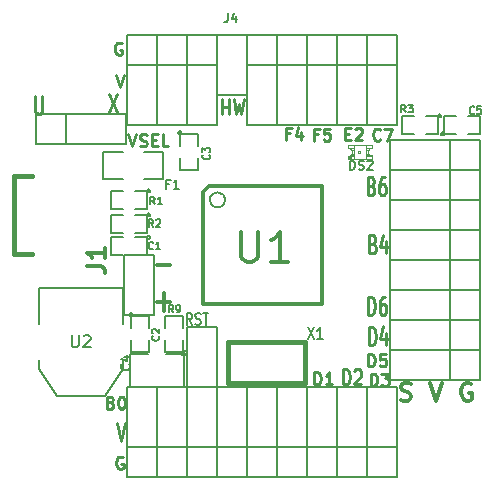
<source format=gto>
G04 (created by PCBNEW-RS274X (2012-01-19 BZR 3256)-stable) date 10/26/2012 1:28:17 PM*
G01*
G70*
G90*
%MOIN*%
G04 Gerber Fmt 3.4, Leading zero omitted, Abs format*
%FSLAX34Y34*%
G04 APERTURE LIST*
%ADD10C,0.006000*%
%ADD11C,0.007500*%
%ADD12C,0.010000*%
%ADD13C,0.012000*%
%ADD14C,0.015000*%
%ADD15C,0.005000*%
%ADD16C,0.002600*%
%ADD17C,0.004000*%
%ADD18C,0.002000*%
%ADD19C,0.008000*%
G04 APERTURE END LIST*
G54D10*
G54D11*
X56401Y-36417D02*
X56301Y-36226D01*
X56229Y-36417D02*
X56229Y-36017D01*
X56344Y-36017D01*
X56372Y-36036D01*
X56387Y-36055D01*
X56401Y-36093D01*
X56401Y-36150D01*
X56387Y-36188D01*
X56372Y-36207D01*
X56344Y-36226D01*
X56229Y-36226D01*
X56515Y-36398D02*
X56558Y-36417D01*
X56629Y-36417D01*
X56658Y-36398D01*
X56672Y-36379D01*
X56687Y-36341D01*
X56687Y-36303D01*
X56672Y-36265D01*
X56658Y-36245D01*
X56629Y-36226D01*
X56572Y-36207D01*
X56544Y-36188D01*
X56529Y-36169D01*
X56515Y-36131D01*
X56515Y-36093D01*
X56529Y-36055D01*
X56544Y-36036D01*
X56572Y-36017D01*
X56644Y-36017D01*
X56687Y-36036D01*
X56773Y-36017D02*
X56944Y-36017D01*
X56858Y-36417D02*
X56858Y-36017D01*
G54D12*
X57407Y-29402D02*
X57407Y-28902D01*
X57407Y-29140D02*
X57636Y-29140D01*
X57636Y-29402D02*
X57636Y-28902D01*
X57788Y-28902D02*
X57883Y-29402D01*
X57960Y-29045D01*
X58036Y-29402D01*
X58131Y-28902D01*
X62355Y-38442D02*
X62355Y-38042D01*
X62450Y-38042D01*
X62508Y-38061D01*
X62546Y-38099D01*
X62565Y-38137D01*
X62584Y-38213D01*
X62584Y-38270D01*
X62565Y-38347D01*
X62546Y-38385D01*
X62508Y-38423D01*
X62450Y-38442D01*
X62355Y-38442D01*
X62717Y-38042D02*
X62965Y-38042D01*
X62831Y-38194D01*
X62889Y-38194D01*
X62927Y-38213D01*
X62946Y-38232D01*
X62965Y-38270D01*
X62965Y-38366D01*
X62946Y-38404D01*
X62927Y-38423D01*
X62889Y-38442D01*
X62774Y-38442D01*
X62736Y-38423D01*
X62717Y-38404D01*
X53877Y-28082D02*
X54010Y-28482D01*
X54144Y-28082D01*
X60597Y-30062D02*
X60463Y-30062D01*
X60463Y-30272D02*
X60463Y-29872D01*
X60654Y-29872D01*
X60997Y-29872D02*
X60806Y-29872D01*
X60787Y-30062D01*
X60806Y-30043D01*
X60844Y-30024D01*
X60940Y-30024D01*
X60978Y-30043D01*
X60997Y-30062D01*
X61016Y-30100D01*
X61016Y-30196D01*
X60997Y-30234D01*
X60978Y-30253D01*
X60940Y-30272D01*
X60844Y-30272D01*
X60806Y-30253D01*
X60787Y-30234D01*
X61504Y-30042D02*
X61638Y-30042D01*
X61695Y-30252D02*
X61504Y-30252D01*
X61504Y-29852D01*
X61695Y-29852D01*
X61847Y-29890D02*
X61866Y-29871D01*
X61904Y-29852D01*
X62000Y-29852D01*
X62038Y-29871D01*
X62057Y-29890D01*
X62076Y-29928D01*
X62076Y-29966D01*
X62057Y-30023D01*
X61828Y-30252D01*
X62076Y-30252D01*
X62275Y-37792D02*
X62275Y-37392D01*
X62370Y-37392D01*
X62428Y-37411D01*
X62466Y-37449D01*
X62485Y-37487D01*
X62504Y-37563D01*
X62504Y-37620D01*
X62485Y-37697D01*
X62466Y-37735D01*
X62428Y-37773D01*
X62370Y-37792D01*
X62275Y-37792D01*
X62866Y-37392D02*
X62675Y-37392D01*
X62656Y-37582D01*
X62675Y-37563D01*
X62713Y-37544D01*
X62809Y-37544D01*
X62847Y-37563D01*
X62866Y-37582D01*
X62885Y-37620D01*
X62885Y-37716D01*
X62866Y-37754D01*
X62847Y-37773D01*
X62809Y-37792D01*
X62713Y-37792D01*
X62675Y-37773D01*
X62656Y-37754D01*
X62439Y-33719D02*
X62496Y-33747D01*
X62515Y-33776D01*
X62534Y-33833D01*
X62534Y-33919D01*
X62515Y-33976D01*
X62496Y-34004D01*
X62458Y-34033D01*
X62305Y-34033D01*
X62305Y-33433D01*
X62439Y-33433D01*
X62477Y-33461D01*
X62496Y-33490D01*
X62515Y-33547D01*
X62515Y-33604D01*
X62496Y-33661D01*
X62477Y-33690D01*
X62439Y-33719D01*
X62305Y-33719D01*
X62877Y-33633D02*
X62877Y-34033D01*
X62781Y-33404D02*
X62686Y-33833D01*
X62934Y-33833D01*
X53887Y-39683D02*
X54020Y-40283D01*
X54154Y-39683D01*
X60475Y-38402D02*
X60475Y-38002D01*
X60570Y-38002D01*
X60628Y-38021D01*
X60666Y-38059D01*
X60685Y-38097D01*
X60704Y-38173D01*
X60704Y-38230D01*
X60685Y-38307D01*
X60666Y-38345D01*
X60628Y-38383D01*
X60570Y-38402D01*
X60475Y-38402D01*
X61085Y-38402D02*
X60856Y-38402D01*
X60970Y-38402D02*
X60970Y-38002D01*
X60932Y-38059D01*
X60894Y-38097D01*
X60856Y-38116D01*
X62275Y-36083D02*
X62275Y-35483D01*
X62370Y-35483D01*
X62428Y-35511D01*
X62466Y-35569D01*
X62485Y-35626D01*
X62504Y-35740D01*
X62504Y-35826D01*
X62485Y-35940D01*
X62466Y-35997D01*
X62428Y-36054D01*
X62370Y-36083D01*
X62275Y-36083D01*
X62847Y-35483D02*
X62770Y-35483D01*
X62732Y-35511D01*
X62713Y-35540D01*
X62675Y-35626D01*
X62656Y-35740D01*
X62656Y-35969D01*
X62675Y-36026D01*
X62694Y-36054D01*
X62732Y-36083D01*
X62809Y-36083D01*
X62847Y-36054D01*
X62866Y-36026D01*
X62885Y-35969D01*
X62885Y-35826D01*
X62866Y-35769D01*
X62847Y-35740D01*
X62809Y-35711D01*
X62732Y-35711D01*
X62694Y-35740D01*
X62675Y-35769D01*
X62656Y-35826D01*
X62684Y-30234D02*
X62665Y-30253D01*
X62608Y-30272D01*
X62570Y-30272D01*
X62512Y-30253D01*
X62474Y-30215D01*
X62455Y-30177D01*
X62436Y-30100D01*
X62436Y-30043D01*
X62455Y-29967D01*
X62474Y-29929D01*
X62512Y-29891D01*
X62570Y-29872D01*
X62608Y-29872D01*
X62665Y-29891D01*
X62684Y-29910D01*
X62817Y-29872D02*
X63084Y-29872D01*
X62912Y-30272D01*
X54105Y-40831D02*
X54067Y-40812D01*
X54010Y-40812D01*
X53952Y-40831D01*
X53914Y-40869D01*
X53895Y-40907D01*
X53876Y-40983D01*
X53876Y-41040D01*
X53895Y-41117D01*
X53914Y-41155D01*
X53952Y-41193D01*
X54010Y-41212D01*
X54048Y-41212D01*
X54105Y-41193D01*
X54124Y-41174D01*
X54124Y-41040D01*
X54048Y-41040D01*
X54055Y-27031D02*
X54017Y-27012D01*
X53960Y-27012D01*
X53902Y-27031D01*
X53864Y-27069D01*
X53845Y-27107D01*
X53826Y-27183D01*
X53826Y-27240D01*
X53845Y-27317D01*
X53864Y-27355D01*
X53902Y-27393D01*
X53960Y-27412D01*
X53998Y-27412D01*
X54055Y-27393D01*
X54074Y-27374D01*
X54074Y-27240D01*
X53998Y-27240D01*
X54283Y-30062D02*
X54416Y-30462D01*
X54550Y-30062D01*
X54664Y-30443D02*
X54721Y-30462D01*
X54817Y-30462D01*
X54855Y-30443D01*
X54874Y-30424D01*
X54893Y-30386D01*
X54893Y-30348D01*
X54874Y-30310D01*
X54855Y-30290D01*
X54817Y-30271D01*
X54740Y-30252D01*
X54702Y-30233D01*
X54683Y-30214D01*
X54664Y-30176D01*
X54664Y-30138D01*
X54683Y-30100D01*
X54702Y-30081D01*
X54740Y-30062D01*
X54836Y-30062D01*
X54893Y-30081D01*
X55064Y-30252D02*
X55198Y-30252D01*
X55255Y-30462D02*
X55064Y-30462D01*
X55064Y-30062D01*
X55255Y-30062D01*
X55617Y-30462D02*
X55426Y-30462D01*
X55426Y-30062D01*
X59667Y-30032D02*
X59533Y-30032D01*
X59533Y-30242D02*
X59533Y-29842D01*
X59724Y-29842D01*
X60048Y-29975D02*
X60048Y-30242D01*
X59952Y-29823D02*
X59857Y-30109D01*
X60105Y-30109D01*
X53689Y-39002D02*
X53746Y-39021D01*
X53765Y-39040D01*
X53784Y-39079D01*
X53784Y-39136D01*
X53765Y-39174D01*
X53746Y-39193D01*
X53708Y-39212D01*
X53555Y-39212D01*
X53555Y-38812D01*
X53689Y-38812D01*
X53727Y-38831D01*
X53746Y-38850D01*
X53765Y-38888D01*
X53765Y-38926D01*
X53746Y-38964D01*
X53727Y-38983D01*
X53689Y-39002D01*
X53555Y-39002D01*
X54031Y-38812D02*
X54070Y-38812D01*
X54108Y-38831D01*
X54127Y-38850D01*
X54146Y-38888D01*
X54165Y-38964D01*
X54165Y-39060D01*
X54146Y-39136D01*
X54127Y-39174D01*
X54108Y-39193D01*
X54070Y-39212D01*
X54031Y-39212D01*
X53993Y-39193D01*
X53974Y-39174D01*
X53955Y-39136D01*
X53936Y-39060D01*
X53936Y-38964D01*
X53955Y-38888D01*
X53974Y-38850D01*
X53993Y-38831D01*
X54031Y-38812D01*
X61435Y-38402D02*
X61435Y-37902D01*
X61530Y-37902D01*
X61588Y-37926D01*
X61626Y-37974D01*
X61645Y-38021D01*
X61664Y-38117D01*
X61664Y-38188D01*
X61645Y-38283D01*
X61626Y-38331D01*
X61588Y-38379D01*
X61530Y-38402D01*
X61435Y-38402D01*
X61816Y-37950D02*
X61835Y-37926D01*
X61873Y-37902D01*
X61969Y-37902D01*
X62007Y-37926D01*
X62026Y-37950D01*
X62045Y-37998D01*
X62045Y-38045D01*
X62026Y-38117D01*
X61797Y-38402D01*
X62045Y-38402D01*
G54D13*
X63365Y-38914D02*
X63451Y-38943D01*
X63594Y-38943D01*
X63651Y-38914D01*
X63680Y-38886D01*
X63708Y-38829D01*
X63708Y-38771D01*
X63680Y-38714D01*
X63651Y-38686D01*
X63594Y-38657D01*
X63480Y-38629D01*
X63422Y-38600D01*
X63394Y-38571D01*
X63365Y-38514D01*
X63365Y-38457D01*
X63394Y-38400D01*
X63422Y-38371D01*
X63480Y-38343D01*
X63622Y-38343D01*
X63708Y-38371D01*
X64336Y-38343D02*
X64536Y-38943D01*
X64736Y-38343D01*
X65707Y-38371D02*
X65650Y-38343D01*
X65564Y-38343D01*
X65479Y-38371D01*
X65421Y-38429D01*
X65393Y-38486D01*
X65364Y-38600D01*
X65364Y-38686D01*
X65393Y-38800D01*
X65421Y-38857D01*
X65479Y-38914D01*
X65564Y-38943D01*
X65621Y-38943D01*
X65707Y-38914D01*
X65736Y-38886D01*
X65736Y-38686D01*
X65621Y-38686D01*
X55226Y-34417D02*
X55683Y-34417D01*
X55226Y-35657D02*
X55683Y-35657D01*
X55454Y-35962D02*
X55454Y-35352D01*
G54D12*
X53647Y-28723D02*
X53914Y-29323D01*
X53914Y-28723D02*
X53647Y-29323D01*
X51186Y-28793D02*
X51186Y-29279D01*
X51205Y-29336D01*
X51224Y-29364D01*
X51262Y-29393D01*
X51339Y-29393D01*
X51377Y-29364D01*
X51396Y-29336D01*
X51415Y-29279D01*
X51415Y-28793D01*
X62389Y-31779D02*
X62446Y-31807D01*
X62465Y-31836D01*
X62484Y-31893D01*
X62484Y-31979D01*
X62465Y-32036D01*
X62446Y-32064D01*
X62408Y-32093D01*
X62255Y-32093D01*
X62255Y-31493D01*
X62389Y-31493D01*
X62427Y-31521D01*
X62446Y-31550D01*
X62465Y-31607D01*
X62465Y-31664D01*
X62446Y-31721D01*
X62427Y-31750D01*
X62389Y-31779D01*
X62255Y-31779D01*
X62827Y-31493D02*
X62750Y-31493D01*
X62712Y-31521D01*
X62693Y-31550D01*
X62655Y-31636D01*
X62636Y-31750D01*
X62636Y-31979D01*
X62655Y-32036D01*
X62674Y-32064D01*
X62712Y-32093D01*
X62789Y-32093D01*
X62827Y-32064D01*
X62846Y-32036D01*
X62865Y-31979D01*
X62865Y-31836D01*
X62846Y-31779D01*
X62827Y-31750D01*
X62789Y-31721D01*
X62712Y-31721D01*
X62674Y-31750D01*
X62655Y-31779D01*
X62636Y-31836D01*
X62305Y-37093D02*
X62305Y-36493D01*
X62400Y-36493D01*
X62458Y-36521D01*
X62496Y-36579D01*
X62515Y-36636D01*
X62534Y-36750D01*
X62534Y-36836D01*
X62515Y-36950D01*
X62496Y-37007D01*
X62458Y-37064D01*
X62400Y-37093D01*
X62305Y-37093D01*
X62877Y-36693D02*
X62877Y-37093D01*
X62781Y-36464D02*
X62686Y-36893D01*
X62934Y-36893D01*
G54D14*
X50470Y-31451D02*
X51061Y-31451D01*
X50470Y-34049D02*
X51061Y-34049D01*
X50470Y-31451D02*
X50470Y-34049D01*
G54D15*
X55000Y-31950D02*
X54999Y-31959D01*
X54996Y-31969D01*
X54991Y-31977D01*
X54985Y-31985D01*
X54977Y-31991D01*
X54969Y-31996D01*
X54960Y-31998D01*
X54950Y-31999D01*
X54941Y-31999D01*
X54932Y-31996D01*
X54923Y-31991D01*
X54916Y-31985D01*
X54909Y-31978D01*
X54905Y-31969D01*
X54902Y-31960D01*
X54901Y-31950D01*
X54901Y-31941D01*
X54904Y-31932D01*
X54908Y-31923D01*
X54915Y-31916D01*
X54922Y-31909D01*
X54930Y-31905D01*
X54940Y-31902D01*
X54949Y-31901D01*
X54958Y-31901D01*
X54968Y-31904D01*
X54976Y-31908D01*
X54984Y-31914D01*
X54990Y-31922D01*
X54995Y-31930D01*
X54998Y-31939D01*
X54999Y-31949D01*
X55000Y-31950D01*
X54500Y-31950D02*
X54900Y-31950D01*
X54900Y-31950D02*
X54900Y-32550D01*
X54900Y-32550D02*
X54500Y-32550D01*
X54100Y-32550D02*
X53700Y-32550D01*
X53700Y-32550D02*
X53700Y-31950D01*
X53700Y-31950D02*
X54100Y-31950D01*
X55000Y-32750D02*
X54999Y-32759D01*
X54996Y-32769D01*
X54991Y-32777D01*
X54985Y-32785D01*
X54977Y-32791D01*
X54969Y-32796D01*
X54960Y-32798D01*
X54950Y-32799D01*
X54941Y-32799D01*
X54932Y-32796D01*
X54923Y-32791D01*
X54916Y-32785D01*
X54909Y-32778D01*
X54905Y-32769D01*
X54902Y-32760D01*
X54901Y-32750D01*
X54901Y-32741D01*
X54904Y-32732D01*
X54908Y-32723D01*
X54915Y-32716D01*
X54922Y-32709D01*
X54930Y-32705D01*
X54940Y-32702D01*
X54949Y-32701D01*
X54958Y-32701D01*
X54968Y-32704D01*
X54976Y-32708D01*
X54984Y-32714D01*
X54990Y-32722D01*
X54995Y-32730D01*
X54998Y-32739D01*
X54999Y-32749D01*
X55000Y-32750D01*
X54500Y-32750D02*
X54900Y-32750D01*
X54900Y-32750D02*
X54900Y-33350D01*
X54900Y-33350D02*
X54500Y-33350D01*
X54100Y-33350D02*
X53700Y-33350D01*
X53700Y-33350D02*
X53700Y-32750D01*
X53700Y-32750D02*
X54100Y-32750D01*
X64700Y-29450D02*
X64699Y-29459D01*
X64696Y-29469D01*
X64691Y-29477D01*
X64685Y-29485D01*
X64677Y-29491D01*
X64669Y-29496D01*
X64660Y-29498D01*
X64650Y-29499D01*
X64641Y-29499D01*
X64632Y-29496D01*
X64623Y-29491D01*
X64616Y-29485D01*
X64609Y-29478D01*
X64605Y-29469D01*
X64602Y-29460D01*
X64601Y-29450D01*
X64601Y-29441D01*
X64604Y-29432D01*
X64608Y-29423D01*
X64615Y-29416D01*
X64622Y-29409D01*
X64630Y-29405D01*
X64640Y-29402D01*
X64649Y-29401D01*
X64658Y-29401D01*
X64668Y-29404D01*
X64676Y-29408D01*
X64684Y-29414D01*
X64690Y-29422D01*
X64695Y-29430D01*
X64698Y-29439D01*
X64699Y-29449D01*
X64700Y-29450D01*
X64200Y-29450D02*
X64600Y-29450D01*
X64600Y-29450D02*
X64600Y-30050D01*
X64600Y-30050D02*
X64200Y-30050D01*
X63800Y-30050D02*
X63400Y-30050D01*
X63400Y-30050D02*
X63400Y-29450D01*
X63400Y-29450D02*
X63800Y-29450D01*
X56160Y-37380D02*
X56159Y-37389D01*
X56156Y-37399D01*
X56151Y-37407D01*
X56145Y-37415D01*
X56137Y-37421D01*
X56129Y-37426D01*
X56120Y-37428D01*
X56110Y-37429D01*
X56101Y-37429D01*
X56092Y-37426D01*
X56083Y-37421D01*
X56076Y-37415D01*
X56069Y-37408D01*
X56065Y-37399D01*
X56062Y-37390D01*
X56061Y-37380D01*
X56061Y-37371D01*
X56064Y-37362D01*
X56068Y-37353D01*
X56075Y-37346D01*
X56082Y-37339D01*
X56090Y-37335D01*
X56100Y-37332D01*
X56109Y-37331D01*
X56118Y-37331D01*
X56128Y-37334D01*
X56136Y-37338D01*
X56144Y-37344D01*
X56150Y-37352D01*
X56155Y-37360D01*
X56158Y-37369D01*
X56159Y-37379D01*
X56160Y-37380D01*
X56110Y-36930D02*
X56110Y-37330D01*
X56110Y-37330D02*
X55510Y-37330D01*
X55510Y-37330D02*
X55510Y-36930D01*
X55510Y-36530D02*
X55510Y-36130D01*
X55510Y-36130D02*
X56110Y-36130D01*
X56110Y-36130D02*
X56110Y-36530D01*
G54D16*
X61804Y-30532D02*
X61804Y-30404D01*
X61804Y-30404D02*
X61607Y-30404D01*
X61607Y-30532D02*
X61607Y-30404D01*
X61804Y-30532D02*
X61607Y-30532D01*
X61804Y-30777D02*
X61804Y-30718D01*
X61804Y-30718D02*
X61705Y-30718D01*
X61705Y-30777D02*
X61705Y-30718D01*
X61804Y-30777D02*
X61705Y-30777D01*
X61804Y-30582D02*
X61804Y-30523D01*
X61804Y-30523D02*
X61705Y-30523D01*
X61705Y-30582D02*
X61705Y-30523D01*
X61804Y-30582D02*
X61705Y-30582D01*
X61804Y-30728D02*
X61804Y-30572D01*
X61804Y-30572D02*
X61735Y-30572D01*
X61735Y-30728D02*
X61735Y-30572D01*
X61804Y-30728D02*
X61735Y-30728D01*
X62393Y-30532D02*
X62393Y-30404D01*
X62393Y-30404D02*
X62196Y-30404D01*
X62196Y-30532D02*
X62196Y-30404D01*
X62393Y-30532D02*
X62196Y-30532D01*
X62393Y-30896D02*
X62393Y-30768D01*
X62393Y-30768D02*
X62196Y-30768D01*
X62196Y-30896D02*
X62196Y-30768D01*
X62393Y-30896D02*
X62196Y-30896D01*
X62295Y-30582D02*
X62295Y-30523D01*
X62295Y-30523D02*
X62196Y-30523D01*
X62196Y-30582D02*
X62196Y-30523D01*
X62295Y-30582D02*
X62196Y-30582D01*
X62295Y-30777D02*
X62295Y-30718D01*
X62295Y-30718D02*
X62196Y-30718D01*
X62196Y-30777D02*
X62196Y-30718D01*
X62295Y-30777D02*
X62196Y-30777D01*
X62265Y-30728D02*
X62265Y-30572D01*
X62265Y-30572D02*
X62196Y-30572D01*
X62196Y-30728D02*
X62196Y-30572D01*
X62265Y-30728D02*
X62196Y-30728D01*
X62000Y-30689D02*
X62000Y-30611D01*
X62000Y-30611D02*
X61922Y-30611D01*
X61922Y-30689D02*
X61922Y-30611D01*
X62000Y-30689D02*
X61922Y-30689D01*
X61804Y-30886D02*
X61804Y-30768D01*
X61804Y-30768D02*
X61686Y-30768D01*
X61686Y-30886D02*
X61686Y-30768D01*
X61804Y-30886D02*
X61686Y-30886D01*
X61636Y-30896D02*
X61636Y-30807D01*
X61636Y-30807D02*
X61607Y-30807D01*
X61607Y-30896D02*
X61607Y-30807D01*
X61636Y-30896D02*
X61607Y-30896D01*
G54D17*
X61794Y-30424D02*
X62206Y-30424D01*
X62196Y-30876D02*
X61636Y-30876D01*
G54D18*
X61694Y-30827D02*
X61693Y-30832D01*
X61691Y-30837D01*
X61689Y-30842D01*
X61685Y-30846D01*
X61681Y-30850D01*
X61676Y-30852D01*
X61671Y-30854D01*
X61666Y-30854D01*
X61661Y-30854D01*
X61656Y-30852D01*
X61651Y-30850D01*
X61647Y-30847D01*
X61643Y-30842D01*
X61641Y-30838D01*
X61639Y-30832D01*
X61639Y-30827D01*
X61639Y-30822D01*
X61640Y-30817D01*
X61643Y-30812D01*
X61646Y-30808D01*
X61651Y-30805D01*
X61655Y-30802D01*
X61660Y-30800D01*
X61666Y-30800D01*
X61670Y-30800D01*
X61676Y-30801D01*
X61681Y-30804D01*
X61685Y-30807D01*
X61688Y-30811D01*
X61691Y-30816D01*
X61693Y-30821D01*
X61693Y-30827D01*
X61694Y-30827D01*
G54D17*
X61607Y-30787D02*
X61618Y-30786D01*
X61630Y-30784D01*
X61642Y-30782D01*
X61653Y-30778D01*
X61664Y-30774D01*
X61675Y-30768D01*
X61685Y-30762D01*
X61695Y-30754D01*
X61703Y-30746D01*
X61711Y-30738D01*
X61719Y-30728D01*
X61725Y-30718D01*
X61731Y-30707D01*
X61735Y-30696D01*
X61739Y-30685D01*
X61741Y-30673D01*
X61743Y-30661D01*
X61744Y-30650D01*
X61743Y-30639D01*
X61741Y-30627D01*
X61739Y-30615D01*
X61735Y-30604D01*
X61731Y-30593D01*
X61725Y-30582D01*
X61719Y-30572D01*
X61711Y-30562D01*
X61703Y-30554D01*
X61695Y-30546D01*
X61685Y-30538D01*
X61675Y-30532D01*
X61664Y-30526D01*
X61653Y-30522D01*
X61642Y-30518D01*
X61630Y-30516D01*
X61618Y-30514D01*
X61607Y-30513D01*
X62393Y-30513D02*
X62382Y-30514D01*
X62370Y-30516D01*
X62358Y-30518D01*
X62347Y-30522D01*
X62336Y-30526D01*
X62325Y-30532D01*
X62315Y-30538D01*
X62305Y-30546D01*
X62297Y-30554D01*
X62289Y-30562D01*
X62281Y-30572D01*
X62275Y-30582D01*
X62269Y-30593D01*
X62265Y-30604D01*
X62261Y-30615D01*
X62259Y-30627D01*
X62257Y-30639D01*
X62256Y-30650D01*
X62257Y-30661D01*
X62259Y-30673D01*
X62261Y-30685D01*
X62265Y-30696D01*
X62269Y-30707D01*
X62275Y-30718D01*
X62281Y-30728D01*
X62289Y-30738D01*
X62297Y-30746D01*
X62305Y-30754D01*
X62315Y-30762D01*
X62325Y-30768D01*
X62336Y-30774D01*
X62347Y-30778D01*
X62358Y-30782D01*
X62370Y-30784D01*
X62382Y-30786D01*
X62393Y-30787D01*
G54D15*
X55000Y-33500D02*
X54999Y-33509D01*
X54996Y-33519D01*
X54991Y-33527D01*
X54985Y-33535D01*
X54977Y-33541D01*
X54969Y-33546D01*
X54960Y-33548D01*
X54950Y-33549D01*
X54941Y-33549D01*
X54932Y-33546D01*
X54923Y-33541D01*
X54916Y-33535D01*
X54909Y-33528D01*
X54905Y-33519D01*
X54902Y-33510D01*
X54901Y-33500D01*
X54901Y-33491D01*
X54904Y-33482D01*
X54908Y-33473D01*
X54915Y-33466D01*
X54922Y-33459D01*
X54930Y-33455D01*
X54940Y-33452D01*
X54949Y-33451D01*
X54958Y-33451D01*
X54968Y-33454D01*
X54976Y-33458D01*
X54984Y-33464D01*
X54990Y-33472D01*
X54995Y-33480D01*
X54998Y-33489D01*
X54999Y-33499D01*
X55000Y-33500D01*
X54500Y-33500D02*
X54900Y-33500D01*
X54900Y-33500D02*
X54900Y-34100D01*
X54900Y-34100D02*
X54500Y-34100D01*
X54100Y-34100D02*
X53700Y-34100D01*
X53700Y-34100D02*
X53700Y-33500D01*
X53700Y-33500D02*
X54100Y-33500D01*
X56240Y-37340D02*
X56238Y-37353D01*
X56234Y-37366D01*
X56228Y-37378D01*
X56219Y-37389D01*
X56209Y-37398D01*
X56197Y-37404D01*
X56184Y-37408D01*
X56170Y-37409D01*
X56157Y-37408D01*
X56144Y-37404D01*
X56132Y-37398D01*
X56122Y-37390D01*
X56113Y-37379D01*
X56106Y-37367D01*
X56102Y-37354D01*
X56101Y-37340D01*
X56102Y-37328D01*
X56105Y-37315D01*
X56112Y-37303D01*
X56120Y-37292D01*
X56131Y-37283D01*
X56142Y-37276D01*
X56155Y-37272D01*
X56169Y-37271D01*
X56182Y-37272D01*
X56195Y-37275D01*
X56207Y-37281D01*
X56218Y-37290D01*
X56227Y-37300D01*
X56233Y-37312D01*
X56238Y-37325D01*
X56239Y-37339D01*
X56240Y-37340D01*
X55520Y-38490D02*
X56120Y-38490D01*
X56120Y-38490D02*
X56120Y-37390D01*
X56120Y-37390D02*
X55520Y-37390D01*
X54920Y-37390D02*
X54320Y-37390D01*
X54320Y-37390D02*
X54320Y-38490D01*
X54320Y-38490D02*
X54920Y-38490D01*
X64800Y-30050D02*
X64799Y-30059D01*
X64796Y-30069D01*
X64791Y-30077D01*
X64785Y-30085D01*
X64777Y-30091D01*
X64769Y-30096D01*
X64760Y-30098D01*
X64750Y-30099D01*
X64741Y-30099D01*
X64732Y-30096D01*
X64723Y-30091D01*
X64716Y-30085D01*
X64709Y-30078D01*
X64705Y-30069D01*
X64702Y-30060D01*
X64701Y-30050D01*
X64701Y-30041D01*
X64704Y-30032D01*
X64708Y-30023D01*
X64715Y-30016D01*
X64722Y-30009D01*
X64730Y-30005D01*
X64740Y-30002D01*
X64749Y-30001D01*
X64758Y-30001D01*
X64768Y-30004D01*
X64776Y-30008D01*
X64784Y-30014D01*
X64790Y-30022D01*
X64795Y-30030D01*
X64798Y-30039D01*
X64799Y-30049D01*
X64800Y-30050D01*
X65200Y-30050D02*
X64800Y-30050D01*
X64800Y-30050D02*
X64800Y-29450D01*
X64800Y-29450D02*
X65200Y-29450D01*
X65600Y-29450D02*
X66000Y-29450D01*
X66000Y-29450D02*
X66000Y-30050D01*
X66000Y-30050D02*
X65600Y-30050D01*
X53450Y-30650D02*
X53450Y-31550D01*
X53450Y-31550D02*
X54100Y-31550D01*
X54800Y-30650D02*
X55450Y-30650D01*
X55450Y-30650D02*
X55450Y-31550D01*
X55450Y-31550D02*
X54800Y-31550D01*
X54100Y-30650D02*
X53450Y-30650D01*
G54D13*
X60720Y-31780D02*
X60720Y-35720D01*
X60720Y-35720D02*
X56780Y-35720D01*
X56780Y-31970D02*
X56780Y-35720D01*
X56970Y-31780D02*
X60720Y-31780D01*
X56780Y-31970D02*
X56970Y-31780D01*
G54D19*
X57500Y-32250D02*
X57495Y-32298D01*
X57481Y-32345D01*
X57458Y-32388D01*
X57427Y-32426D01*
X57389Y-32457D01*
X57346Y-32480D01*
X57300Y-32494D01*
X57251Y-32499D01*
X57204Y-32495D01*
X57157Y-32481D01*
X57114Y-32459D01*
X57076Y-32428D01*
X57044Y-32391D01*
X57021Y-32348D01*
X57006Y-32301D01*
X57001Y-32253D01*
X57005Y-32205D01*
X57018Y-32158D01*
X57040Y-32115D01*
X57071Y-32077D01*
X57108Y-32045D01*
X57150Y-32021D01*
X57197Y-32006D01*
X57245Y-32001D01*
X57293Y-32004D01*
X57340Y-32017D01*
X57383Y-32039D01*
X57422Y-32069D01*
X57454Y-32106D01*
X57478Y-32149D01*
X57493Y-32195D01*
X57499Y-32244D01*
X57500Y-32250D01*
G54D14*
X60170Y-38349D02*
X57610Y-38349D01*
X57610Y-38349D02*
X57610Y-36971D01*
X57610Y-36971D02*
X60170Y-36971D01*
X60170Y-36971D02*
X60170Y-38349D01*
G54D15*
X56050Y-30000D02*
X56049Y-30009D01*
X56046Y-30019D01*
X56041Y-30027D01*
X56035Y-30035D01*
X56027Y-30041D01*
X56019Y-30046D01*
X56010Y-30048D01*
X56000Y-30049D01*
X55991Y-30049D01*
X55982Y-30046D01*
X55973Y-30041D01*
X55966Y-30035D01*
X55959Y-30028D01*
X55955Y-30019D01*
X55952Y-30010D01*
X55951Y-30000D01*
X55951Y-29991D01*
X55954Y-29982D01*
X55958Y-29973D01*
X55965Y-29966D01*
X55972Y-29959D01*
X55980Y-29955D01*
X55990Y-29952D01*
X55999Y-29951D01*
X56008Y-29951D01*
X56018Y-29954D01*
X56026Y-29958D01*
X56034Y-29964D01*
X56040Y-29972D01*
X56045Y-29980D01*
X56048Y-29989D01*
X56049Y-29999D01*
X56050Y-30000D01*
X56000Y-30450D02*
X56000Y-30050D01*
X56000Y-30050D02*
X56600Y-30050D01*
X56600Y-30050D02*
X56600Y-30450D01*
X56600Y-30850D02*
X56600Y-31250D01*
X56600Y-31250D02*
X56000Y-31250D01*
X56000Y-31250D02*
X56000Y-30850D01*
X54420Y-36080D02*
X54419Y-36089D01*
X54416Y-36099D01*
X54411Y-36107D01*
X54405Y-36115D01*
X54397Y-36121D01*
X54389Y-36126D01*
X54380Y-36128D01*
X54370Y-36129D01*
X54361Y-36129D01*
X54352Y-36126D01*
X54343Y-36121D01*
X54336Y-36115D01*
X54329Y-36108D01*
X54325Y-36099D01*
X54322Y-36090D01*
X54321Y-36080D01*
X54321Y-36071D01*
X54324Y-36062D01*
X54328Y-36053D01*
X54335Y-36046D01*
X54342Y-36039D01*
X54350Y-36035D01*
X54360Y-36032D01*
X54369Y-36031D01*
X54378Y-36031D01*
X54388Y-36034D01*
X54396Y-36038D01*
X54404Y-36044D01*
X54410Y-36052D01*
X54415Y-36060D01*
X54418Y-36069D01*
X54419Y-36079D01*
X54420Y-36080D01*
X54370Y-36530D02*
X54370Y-36130D01*
X54370Y-36130D02*
X54970Y-36130D01*
X54970Y-36130D02*
X54970Y-36530D01*
X54970Y-36930D02*
X54970Y-37330D01*
X54970Y-37330D02*
X54370Y-37330D01*
X54370Y-37330D02*
X54370Y-36930D01*
G54D19*
X54117Y-36395D02*
X54117Y-35195D01*
X54117Y-35195D02*
X51317Y-35195D01*
X51317Y-35195D02*
X51317Y-36395D01*
X54117Y-37595D02*
X54117Y-37895D01*
X54117Y-37895D02*
X53517Y-38795D01*
X53517Y-38795D02*
X51917Y-38795D01*
X51917Y-38795D02*
X51317Y-37895D01*
X51317Y-37895D02*
X51317Y-37595D01*
G54D10*
X55250Y-26750D02*
X56250Y-26750D01*
X56250Y-26750D02*
X56250Y-29750D01*
X56250Y-29750D02*
X55250Y-29750D01*
X55250Y-29750D02*
X55250Y-26750D01*
X56250Y-27750D02*
X55250Y-27750D01*
X51200Y-30400D02*
X51200Y-29400D01*
X51200Y-29400D02*
X54200Y-29400D01*
X54200Y-29400D02*
X54200Y-30400D01*
X54200Y-30400D02*
X51200Y-30400D01*
X52200Y-29400D02*
X52200Y-30400D01*
X62250Y-26750D02*
X63250Y-26750D01*
X63250Y-26750D02*
X63250Y-29750D01*
X63250Y-29750D02*
X62250Y-29750D01*
X62250Y-29750D02*
X62250Y-26750D01*
X63250Y-27750D02*
X62250Y-27750D01*
X66000Y-30250D02*
X66000Y-31250D01*
X66000Y-31250D02*
X63000Y-31250D01*
X63000Y-31250D02*
X63000Y-30250D01*
X63000Y-30250D02*
X66000Y-30250D01*
X65000Y-31250D02*
X65000Y-30250D01*
X66000Y-34250D02*
X66000Y-35250D01*
X66000Y-35250D02*
X63000Y-35250D01*
X63000Y-35250D02*
X63000Y-34250D01*
X63000Y-34250D02*
X66000Y-34250D01*
X65000Y-35250D02*
X65000Y-34250D01*
X66000Y-35250D02*
X66000Y-36250D01*
X66000Y-36250D02*
X63000Y-36250D01*
X63000Y-36250D02*
X63000Y-35250D01*
X63000Y-35250D02*
X66000Y-35250D01*
X65000Y-36250D02*
X65000Y-35250D01*
X66000Y-37250D02*
X66000Y-38250D01*
X66000Y-38250D02*
X63000Y-38250D01*
X63000Y-38250D02*
X63000Y-37250D01*
X63000Y-37250D02*
X66000Y-37250D01*
X65000Y-38250D02*
X65000Y-37250D01*
X66000Y-36250D02*
X66000Y-37250D01*
X66000Y-37250D02*
X63000Y-37250D01*
X63000Y-37250D02*
X63000Y-36250D01*
X63000Y-36250D02*
X66000Y-36250D01*
X65000Y-37250D02*
X65000Y-36250D01*
X63250Y-41500D02*
X62250Y-41500D01*
X62250Y-41500D02*
X62250Y-38500D01*
X62250Y-38500D02*
X63250Y-38500D01*
X63250Y-38500D02*
X63250Y-41500D01*
X62250Y-40500D02*
X63250Y-40500D01*
X62250Y-41500D02*
X61250Y-41500D01*
X61250Y-41500D02*
X61250Y-38500D01*
X61250Y-38500D02*
X62250Y-38500D01*
X62250Y-38500D02*
X62250Y-41500D01*
X61250Y-40500D02*
X62250Y-40500D01*
X60250Y-41500D02*
X59250Y-41500D01*
X59250Y-41500D02*
X59250Y-38500D01*
X59250Y-38500D02*
X60250Y-38500D01*
X60250Y-38500D02*
X60250Y-41500D01*
X59250Y-40500D02*
X60250Y-40500D01*
X61250Y-41500D02*
X60250Y-41500D01*
X60250Y-41500D02*
X60250Y-38500D01*
X60250Y-38500D02*
X61250Y-38500D01*
X61250Y-38500D02*
X61250Y-41500D01*
X60250Y-40500D02*
X61250Y-40500D01*
X59250Y-41500D02*
X58250Y-41500D01*
X58250Y-41500D02*
X58250Y-38500D01*
X58250Y-38500D02*
X59250Y-38500D01*
X59250Y-38500D02*
X59250Y-41500D01*
X58250Y-40500D02*
X59250Y-40500D01*
X66000Y-31250D02*
X66000Y-32250D01*
X66000Y-32250D02*
X63000Y-32250D01*
X63000Y-32250D02*
X63000Y-31250D01*
X63000Y-31250D02*
X66000Y-31250D01*
X65000Y-32250D02*
X65000Y-31250D01*
X66000Y-32250D02*
X66000Y-33250D01*
X66000Y-33250D02*
X63000Y-33250D01*
X63000Y-33250D02*
X63000Y-32250D01*
X63000Y-32250D02*
X66000Y-32250D01*
X65000Y-33250D02*
X65000Y-32250D01*
X66000Y-33250D02*
X66000Y-34250D01*
X66000Y-34250D02*
X63000Y-34250D01*
X63000Y-34250D02*
X63000Y-33250D01*
X63000Y-33250D02*
X66000Y-33250D01*
X65000Y-34250D02*
X65000Y-33250D01*
X58250Y-41500D02*
X57250Y-41500D01*
X57250Y-41500D02*
X57250Y-38500D01*
X57250Y-38500D02*
X58250Y-38500D01*
X58250Y-38500D02*
X58250Y-41500D01*
X57250Y-40500D02*
X58250Y-40500D01*
X57250Y-41500D02*
X56250Y-41500D01*
X56250Y-41500D02*
X56250Y-38500D01*
X56250Y-38500D02*
X57250Y-38500D01*
X57250Y-38500D02*
X57250Y-41500D01*
X56250Y-40500D02*
X57250Y-40500D01*
X56250Y-41500D02*
X55250Y-41500D01*
X55250Y-41500D02*
X55250Y-38500D01*
X55250Y-38500D02*
X56250Y-38500D01*
X56250Y-38500D02*
X56250Y-41500D01*
X55250Y-40500D02*
X56250Y-40500D01*
X55250Y-41500D02*
X54250Y-41500D01*
X54250Y-41500D02*
X54250Y-38500D01*
X54250Y-38500D02*
X55250Y-38500D01*
X55250Y-38500D02*
X55250Y-41500D01*
X54250Y-40500D02*
X55250Y-40500D01*
X54250Y-26750D02*
X55250Y-26750D01*
X55250Y-26750D02*
X55250Y-29750D01*
X55250Y-29750D02*
X54250Y-29750D01*
X54250Y-29750D02*
X54250Y-26750D01*
X55250Y-27750D02*
X54250Y-27750D01*
X61250Y-26750D02*
X62250Y-26750D01*
X62250Y-26750D02*
X62250Y-29750D01*
X62250Y-29750D02*
X61250Y-29750D01*
X61250Y-29750D02*
X61250Y-26750D01*
X62250Y-27750D02*
X61250Y-27750D01*
X60250Y-26750D02*
X61250Y-26750D01*
X61250Y-26750D02*
X61250Y-29750D01*
X61250Y-29750D02*
X60250Y-29750D01*
X60250Y-29750D02*
X60250Y-26750D01*
X61250Y-27750D02*
X60250Y-27750D01*
X59250Y-26750D02*
X60250Y-26750D01*
X60250Y-26750D02*
X60250Y-29750D01*
X60250Y-29750D02*
X59250Y-29750D01*
X59250Y-29750D02*
X59250Y-26750D01*
X60250Y-27750D02*
X59250Y-27750D01*
X58250Y-26750D02*
X59250Y-26750D01*
X59250Y-26750D02*
X59250Y-29750D01*
X59250Y-29750D02*
X58250Y-29750D01*
X58250Y-29750D02*
X58250Y-26750D01*
X59250Y-27750D02*
X58250Y-27750D01*
X56250Y-26750D02*
X57250Y-26750D01*
X57250Y-26750D02*
X57250Y-29750D01*
X57250Y-29750D02*
X56250Y-29750D01*
X56250Y-29750D02*
X56250Y-26750D01*
X57250Y-27750D02*
X56250Y-27750D01*
X55150Y-36100D02*
X54150Y-36100D01*
X54150Y-36100D02*
X54150Y-34100D01*
X54150Y-34100D02*
X55150Y-34100D01*
X55150Y-34100D02*
X55150Y-36100D01*
X57250Y-26750D02*
X58250Y-26750D01*
X58250Y-26750D02*
X58250Y-28750D01*
X58250Y-28750D02*
X57250Y-28750D01*
X57250Y-28750D02*
X57250Y-26750D01*
X57250Y-38500D02*
X56250Y-38500D01*
X56250Y-38500D02*
X56250Y-36500D01*
X56250Y-36500D02*
X57250Y-36500D01*
X57250Y-36500D02*
X57250Y-38500D01*
G54D13*
X52913Y-34450D02*
X53341Y-34450D01*
X53427Y-34478D01*
X53484Y-34535D01*
X53513Y-34621D01*
X53513Y-34678D01*
X53513Y-33850D02*
X53513Y-34193D01*
X53513Y-34021D02*
X52913Y-34021D01*
X52999Y-34078D01*
X53056Y-34136D01*
X53084Y-34193D01*
G54D15*
X55158Y-32401D02*
X55075Y-32282D01*
X55016Y-32401D02*
X55016Y-32151D01*
X55111Y-32151D01*
X55135Y-32163D01*
X55146Y-32175D01*
X55158Y-32199D01*
X55158Y-32235D01*
X55146Y-32258D01*
X55135Y-32270D01*
X55111Y-32282D01*
X55016Y-32282D01*
X55396Y-32401D02*
X55254Y-32401D01*
X55325Y-32401D02*
X55325Y-32151D01*
X55301Y-32187D01*
X55277Y-32211D01*
X55254Y-32223D01*
X55108Y-33151D02*
X55025Y-33032D01*
X54966Y-33151D02*
X54966Y-32901D01*
X55061Y-32901D01*
X55085Y-32913D01*
X55096Y-32925D01*
X55108Y-32949D01*
X55108Y-32985D01*
X55096Y-33008D01*
X55085Y-33020D01*
X55061Y-33032D01*
X54966Y-33032D01*
X55204Y-32925D02*
X55216Y-32913D01*
X55239Y-32901D01*
X55299Y-32901D01*
X55323Y-32913D01*
X55335Y-32925D01*
X55346Y-32949D01*
X55346Y-32973D01*
X55335Y-33008D01*
X55192Y-33151D01*
X55346Y-33151D01*
X63528Y-29331D02*
X63445Y-29212D01*
X63386Y-29331D02*
X63386Y-29081D01*
X63481Y-29081D01*
X63505Y-29093D01*
X63516Y-29105D01*
X63528Y-29129D01*
X63528Y-29165D01*
X63516Y-29188D01*
X63505Y-29200D01*
X63481Y-29212D01*
X63386Y-29212D01*
X63612Y-29081D02*
X63766Y-29081D01*
X63683Y-29176D01*
X63719Y-29176D01*
X63743Y-29188D01*
X63755Y-29200D01*
X63766Y-29224D01*
X63766Y-29284D01*
X63755Y-29307D01*
X63743Y-29319D01*
X63719Y-29331D01*
X63647Y-29331D01*
X63624Y-29319D01*
X63612Y-29307D01*
X55776Y-36002D02*
X55693Y-35883D01*
X55634Y-36002D02*
X55634Y-35752D01*
X55729Y-35752D01*
X55753Y-35764D01*
X55764Y-35776D01*
X55776Y-35800D01*
X55776Y-35836D01*
X55764Y-35859D01*
X55753Y-35871D01*
X55729Y-35883D01*
X55634Y-35883D01*
X55895Y-36002D02*
X55943Y-36002D01*
X55967Y-35990D01*
X55979Y-35978D01*
X56003Y-35943D01*
X56014Y-35895D01*
X56014Y-35800D01*
X56003Y-35776D01*
X55991Y-35764D01*
X55967Y-35752D01*
X55919Y-35752D01*
X55895Y-35764D01*
X55884Y-35776D01*
X55872Y-35800D01*
X55872Y-35859D01*
X55884Y-35883D01*
X55895Y-35895D01*
X55919Y-35907D01*
X55967Y-35907D01*
X55991Y-35895D01*
X56003Y-35883D01*
X56014Y-35859D01*
X61676Y-31236D02*
X61676Y-30936D01*
X61748Y-30936D01*
X61791Y-30951D01*
X61819Y-30979D01*
X61834Y-31008D01*
X61848Y-31065D01*
X61848Y-31108D01*
X61834Y-31165D01*
X61819Y-31194D01*
X61791Y-31222D01*
X61748Y-31236D01*
X61676Y-31236D01*
X61962Y-31222D02*
X62005Y-31236D01*
X62076Y-31236D01*
X62105Y-31222D01*
X62119Y-31208D01*
X62134Y-31179D01*
X62134Y-31151D01*
X62119Y-31122D01*
X62105Y-31108D01*
X62076Y-31094D01*
X62019Y-31079D01*
X61991Y-31065D01*
X61976Y-31051D01*
X61962Y-31022D01*
X61962Y-30994D01*
X61976Y-30965D01*
X61991Y-30951D01*
X62019Y-30936D01*
X62091Y-30936D01*
X62134Y-30951D01*
X62248Y-30965D02*
X62262Y-30951D01*
X62291Y-30936D01*
X62362Y-30936D01*
X62391Y-30951D01*
X62405Y-30965D01*
X62420Y-30994D01*
X62420Y-31022D01*
X62405Y-31065D01*
X62234Y-31236D01*
X62420Y-31236D01*
X55108Y-33877D02*
X55096Y-33889D01*
X55061Y-33901D01*
X55037Y-33901D01*
X55001Y-33889D01*
X54977Y-33865D01*
X54966Y-33842D01*
X54954Y-33794D01*
X54954Y-33758D01*
X54966Y-33711D01*
X54977Y-33687D01*
X55001Y-33663D01*
X55037Y-33651D01*
X55061Y-33651D01*
X55096Y-33663D01*
X55108Y-33675D01*
X55346Y-33901D02*
X55204Y-33901D01*
X55275Y-33901D02*
X55275Y-33651D01*
X55251Y-33687D01*
X55227Y-33711D01*
X55204Y-33723D01*
X54308Y-37731D02*
X54322Y-37745D01*
X54336Y-37788D01*
X54336Y-37817D01*
X54322Y-37860D01*
X54294Y-37888D01*
X54265Y-37903D01*
X54208Y-37917D01*
X54165Y-37917D01*
X54108Y-37903D01*
X54079Y-37888D01*
X54051Y-37860D01*
X54036Y-37817D01*
X54036Y-37788D01*
X54051Y-37745D01*
X54065Y-37731D01*
X54136Y-37474D02*
X54336Y-37474D01*
X54022Y-37545D02*
X54236Y-37617D01*
X54236Y-37431D01*
X65810Y-29359D02*
X65798Y-29371D01*
X65763Y-29383D01*
X65739Y-29383D01*
X65703Y-29371D01*
X65679Y-29347D01*
X65668Y-29324D01*
X65656Y-29276D01*
X65656Y-29240D01*
X65668Y-29193D01*
X65679Y-29169D01*
X65703Y-29145D01*
X65739Y-29133D01*
X65763Y-29133D01*
X65798Y-29145D01*
X65810Y-29157D01*
X66037Y-29133D02*
X65918Y-29133D01*
X65906Y-29252D01*
X65918Y-29240D01*
X65941Y-29228D01*
X66001Y-29228D01*
X66025Y-29240D01*
X66037Y-29252D01*
X66048Y-29276D01*
X66048Y-29336D01*
X66037Y-29359D01*
X66025Y-29371D01*
X66001Y-29383D01*
X65941Y-29383D01*
X65918Y-29371D01*
X65906Y-29359D01*
X55650Y-31714D02*
X55550Y-31714D01*
X55550Y-31871D02*
X55550Y-31571D01*
X55693Y-31571D01*
X55965Y-31871D02*
X55793Y-31871D01*
X55879Y-31871D02*
X55879Y-31571D01*
X55850Y-31614D01*
X55822Y-31643D01*
X55793Y-31657D01*
G54D13*
X58038Y-33305D02*
X58038Y-34114D01*
X58086Y-34210D01*
X58133Y-34257D01*
X58229Y-34305D01*
X58419Y-34305D01*
X58514Y-34257D01*
X58562Y-34210D01*
X58610Y-34114D01*
X58610Y-33305D01*
X59610Y-34305D02*
X59038Y-34305D01*
X59324Y-34305D02*
X59324Y-33305D01*
X59229Y-33448D01*
X59134Y-33543D01*
X59038Y-33590D01*
G54D11*
X60282Y-36496D02*
X60482Y-36896D01*
X60482Y-36496D02*
X60282Y-36896D01*
X60754Y-36896D02*
X60582Y-36896D01*
X60668Y-36896D02*
X60668Y-36496D01*
X60639Y-36553D01*
X60611Y-36591D01*
X60582Y-36610D01*
G54D15*
X56977Y-30742D02*
X56989Y-30754D01*
X57001Y-30789D01*
X57001Y-30813D01*
X56989Y-30849D01*
X56965Y-30873D01*
X56942Y-30884D01*
X56894Y-30896D01*
X56858Y-30896D01*
X56811Y-30884D01*
X56787Y-30873D01*
X56763Y-30849D01*
X56751Y-30813D01*
X56751Y-30789D01*
X56763Y-30754D01*
X56775Y-30742D01*
X56751Y-30658D02*
X56751Y-30504D01*
X56846Y-30587D01*
X56846Y-30551D01*
X56858Y-30527D01*
X56870Y-30515D01*
X56894Y-30504D01*
X56954Y-30504D01*
X56977Y-30515D01*
X56989Y-30527D01*
X57001Y-30551D01*
X57001Y-30623D01*
X56989Y-30646D01*
X56977Y-30658D01*
X55293Y-36785D02*
X55305Y-36797D01*
X55317Y-36832D01*
X55317Y-36856D01*
X55305Y-36892D01*
X55281Y-36916D01*
X55258Y-36927D01*
X55210Y-36939D01*
X55174Y-36939D01*
X55127Y-36927D01*
X55103Y-36916D01*
X55079Y-36892D01*
X55067Y-36856D01*
X55067Y-36832D01*
X55079Y-36797D01*
X55091Y-36785D01*
X55091Y-36689D02*
X55079Y-36677D01*
X55067Y-36654D01*
X55067Y-36594D01*
X55079Y-36570D01*
X55091Y-36558D01*
X55115Y-36547D01*
X55139Y-36547D01*
X55174Y-36558D01*
X55317Y-36701D01*
X55317Y-36547D01*
G54D19*
X52395Y-36762D02*
X52395Y-37086D01*
X52414Y-37124D01*
X52433Y-37143D01*
X52471Y-37162D01*
X52548Y-37162D01*
X52586Y-37143D01*
X52605Y-37124D01*
X52624Y-37086D01*
X52624Y-36762D01*
X52795Y-36800D02*
X52814Y-36781D01*
X52852Y-36762D01*
X52948Y-36762D01*
X52986Y-36781D01*
X53005Y-36800D01*
X53024Y-36838D01*
X53024Y-36876D01*
X53005Y-36933D01*
X52776Y-37162D01*
X53024Y-37162D01*
G54D10*
X57600Y-26021D02*
X57600Y-26236D01*
X57586Y-26279D01*
X57557Y-26307D01*
X57514Y-26321D01*
X57486Y-26321D01*
X57872Y-26121D02*
X57872Y-26321D01*
X57801Y-26007D02*
X57729Y-26221D01*
X57915Y-26221D01*
M02*

</source>
